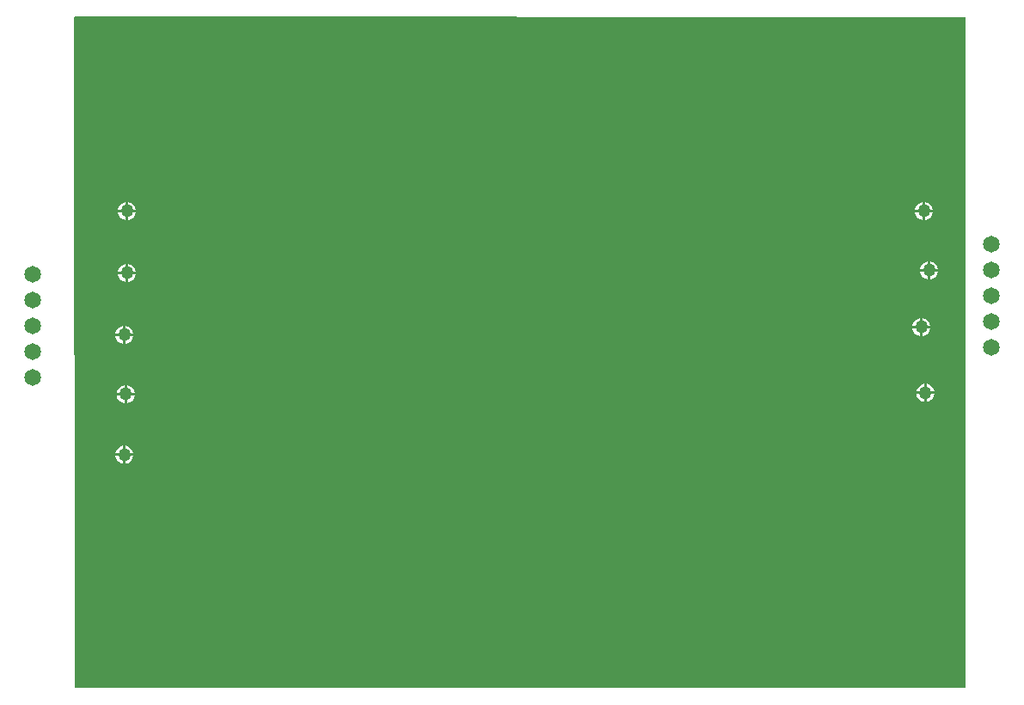
<source format=gbr>
%TF.GenerationSoftware,Altium Limited,Altium Designer,24.0.1 (36)*%
G04 Layer_Physical_Order=2*
G04 Layer_Color=16711680*
%FSLAX45Y45*%
%MOMM*%
%TF.SameCoordinates,3215C8D0-E6B2-4662-8DC9-F85C750AE4ED*%
%TF.FilePolarity,Positive*%
%TF.FileFunction,Copper,L2,Bot,Signal*%
%TF.Part,Single*%
G01*
G75*
%TA.AperFunction,ComponentPad*%
%ADD13C,1.65100*%
%TA.AperFunction,ViaPad*%
%ADD14C,1.27000*%
G36*
X13665199Y10566400D02*
Y3962400D01*
X4899626D01*
X4886992Y10570105D01*
X4895970Y10579087D01*
X13665199Y10566400D01*
D02*
G37*
%LPC*%
G36*
X13271500Y8750033D02*
Y8674100D01*
X13347433D01*
X13341643Y8695714D01*
X13329938Y8715986D01*
X13313387Y8732538D01*
X13293114Y8744242D01*
X13271500Y8750033D01*
D02*
G37*
G36*
X13246100D02*
X13224486Y8744242D01*
X13204214Y8732538D01*
X13187662Y8715986D01*
X13175958Y8695714D01*
X13170168Y8674100D01*
X13246100D01*
Y8750033D01*
D02*
G37*
G36*
X5422900D02*
Y8674100D01*
X5498833D01*
X5493042Y8695714D01*
X5481338Y8715986D01*
X5464786Y8732538D01*
X5444514Y8744242D01*
X5422900Y8750033D01*
D02*
G37*
G36*
X5397500D02*
X5375886Y8744242D01*
X5355614Y8732538D01*
X5339062Y8715986D01*
X5327358Y8695714D01*
X5321567Y8674100D01*
X5397500D01*
Y8750033D01*
D02*
G37*
G36*
X13347433Y8648700D02*
X13271500D01*
Y8572767D01*
X13293114Y8578558D01*
X13313387Y8590262D01*
X13329938Y8606814D01*
X13341643Y8627086D01*
X13347433Y8648700D01*
D02*
G37*
G36*
X13246100D02*
X13170168D01*
X13175958Y8627086D01*
X13187662Y8606814D01*
X13204214Y8590262D01*
X13224486Y8578558D01*
X13246100Y8572767D01*
Y8648700D01*
D02*
G37*
G36*
X5498833D02*
X5422900D01*
Y8572767D01*
X5444514Y8578558D01*
X5464786Y8590262D01*
X5481338Y8606814D01*
X5493042Y8627086D01*
X5498833Y8648700D01*
D02*
G37*
G36*
X5397500D02*
X5321567D01*
X5327358Y8627086D01*
X5339062Y8606814D01*
X5355614Y8590262D01*
X5375886Y8578558D01*
X5397500Y8572767D01*
Y8648700D01*
D02*
G37*
G36*
X13322301Y8165833D02*
Y8089900D01*
X13398233D01*
X13392442Y8111514D01*
X13380737Y8131786D01*
X13364186Y8148338D01*
X13343913Y8160042D01*
X13322301Y8165833D01*
D02*
G37*
G36*
X13296899D02*
X13275285Y8160042D01*
X13255014Y8148338D01*
X13238461Y8131786D01*
X13226758Y8111514D01*
X13220967Y8089900D01*
X13296899D01*
Y8165833D01*
D02*
G37*
G36*
X5422900Y8140433D02*
Y8064500D01*
X5498833D01*
X5493042Y8086114D01*
X5481338Y8106386D01*
X5464786Y8122938D01*
X5444514Y8134642D01*
X5422900Y8140433D01*
D02*
G37*
G36*
X5397500D02*
X5375886Y8134642D01*
X5355614Y8122938D01*
X5339062Y8106386D01*
X5327358Y8086114D01*
X5321567Y8064500D01*
X5397500D01*
Y8140433D01*
D02*
G37*
G36*
X13398233Y8064500D02*
X13322301D01*
Y7988567D01*
X13343913Y7994358D01*
X13364186Y8006062D01*
X13380737Y8022614D01*
X13392442Y8042886D01*
X13398233Y8064500D01*
D02*
G37*
G36*
X13296899D02*
X13220967D01*
X13226758Y8042886D01*
X13238461Y8022614D01*
X13255014Y8006062D01*
X13275285Y7994358D01*
X13296899Y7988567D01*
Y8064500D01*
D02*
G37*
G36*
X5498833Y8039100D02*
X5422900D01*
Y7963167D01*
X5444514Y7968958D01*
X5464786Y7980662D01*
X5481338Y7997214D01*
X5493042Y8017486D01*
X5498833Y8039100D01*
D02*
G37*
G36*
X5397500D02*
X5321567D01*
X5327358Y8017486D01*
X5339062Y7997214D01*
X5355614Y7980662D01*
X5375886Y7968958D01*
X5397500Y7963167D01*
Y8039100D01*
D02*
G37*
G36*
X13246100Y7607033D02*
Y7531100D01*
X13322034D01*
X13316241Y7552714D01*
X13304538Y7572986D01*
X13287987Y7589538D01*
X13267714Y7601242D01*
X13246100Y7607033D01*
D02*
G37*
G36*
X13220700D02*
X13199086Y7601242D01*
X13178815Y7589538D01*
X13162262Y7572986D01*
X13150558Y7552714D01*
X13144768Y7531100D01*
X13220700D01*
Y7607033D01*
D02*
G37*
G36*
X5397500Y7530833D02*
Y7454900D01*
X5473433D01*
X5467642Y7476514D01*
X5455938Y7496786D01*
X5439386Y7513338D01*
X5419114Y7525042D01*
X5397500Y7530833D01*
D02*
G37*
G36*
X5372100D02*
X5350486Y7525042D01*
X5330214Y7513338D01*
X5313662Y7496786D01*
X5301958Y7476514D01*
X5296167Y7454900D01*
X5372100D01*
Y7530833D01*
D02*
G37*
G36*
X13322034Y7505700D02*
X13246100D01*
Y7429767D01*
X13267714Y7435558D01*
X13287987Y7447262D01*
X13304538Y7463814D01*
X13316241Y7484086D01*
X13322034Y7505700D01*
D02*
G37*
G36*
X13220700D02*
X13144768D01*
X13150558Y7484086D01*
X13162262Y7463814D01*
X13178815Y7447262D01*
X13199086Y7435558D01*
X13220700Y7429767D01*
Y7505700D01*
D02*
G37*
G36*
X5473433Y7429500D02*
X5397500D01*
Y7353567D01*
X5419114Y7359358D01*
X5439386Y7371062D01*
X5455938Y7387614D01*
X5467642Y7407886D01*
X5473433Y7429500D01*
D02*
G37*
G36*
X5372100D02*
X5296167D01*
X5301958Y7407886D01*
X5313662Y7387614D01*
X5330214Y7371062D01*
X5350486Y7359358D01*
X5372100Y7353567D01*
Y7429500D01*
D02*
G37*
G36*
X13284200Y6959333D02*
Y6883400D01*
X13360133D01*
X13354343Y6905014D01*
X13342638Y6925286D01*
X13326086Y6941838D01*
X13305814Y6953542D01*
X13284200Y6959333D01*
D02*
G37*
G36*
X13258800D02*
X13237186Y6953542D01*
X13216914Y6941838D01*
X13200362Y6925286D01*
X13188658Y6905014D01*
X13182867Y6883400D01*
X13258800D01*
Y6959333D01*
D02*
G37*
G36*
X5410200Y6946633D02*
Y6870700D01*
X5486133D01*
X5480342Y6892314D01*
X5468638Y6912586D01*
X5452086Y6929138D01*
X5431814Y6940842D01*
X5410200Y6946633D01*
D02*
G37*
G36*
X5384800D02*
X5363186Y6940842D01*
X5342914Y6929138D01*
X5326362Y6912586D01*
X5314658Y6892314D01*
X5308867Y6870700D01*
X5384800D01*
Y6946633D01*
D02*
G37*
G36*
X13360133Y6858000D02*
X13284200D01*
Y6782067D01*
X13305814Y6787858D01*
X13326086Y6799562D01*
X13342638Y6816114D01*
X13354343Y6836386D01*
X13360133Y6858000D01*
D02*
G37*
G36*
X13258800D02*
X13182867D01*
X13188658Y6836386D01*
X13200362Y6816114D01*
X13216914Y6799562D01*
X13237186Y6787858D01*
X13258800Y6782067D01*
Y6858000D01*
D02*
G37*
G36*
X5486133Y6845300D02*
X5410200D01*
Y6769367D01*
X5431814Y6775158D01*
X5452086Y6786862D01*
X5468638Y6803414D01*
X5480342Y6823686D01*
X5486133Y6845300D01*
D02*
G37*
G36*
X5384800D02*
X5308867D01*
X5314658Y6823686D01*
X5326362Y6803414D01*
X5342914Y6786862D01*
X5363186Y6775158D01*
X5384800Y6769367D01*
Y6845300D01*
D02*
G37*
G36*
X5397500Y6349733D02*
Y6273800D01*
X5473433D01*
X5467642Y6295414D01*
X5455938Y6315686D01*
X5439386Y6332238D01*
X5419114Y6343942D01*
X5397500Y6349733D01*
D02*
G37*
G36*
X5372100D02*
X5350486Y6343942D01*
X5330214Y6332238D01*
X5313662Y6315686D01*
X5301958Y6295414D01*
X5296167Y6273800D01*
X5372100D01*
Y6349733D01*
D02*
G37*
G36*
X5473433Y6248400D02*
X5397500D01*
Y6172467D01*
X5419114Y6178258D01*
X5439386Y6189962D01*
X5455938Y6206514D01*
X5467642Y6226786D01*
X5473433Y6248400D01*
D02*
G37*
G36*
X5372100D02*
X5296167D01*
X5301958Y6226786D01*
X5313662Y6206514D01*
X5330214Y6189962D01*
X5350486Y6178258D01*
X5372100Y6172467D01*
Y6248400D01*
D02*
G37*
%LPD*%
D13*
X13919200Y8331200D02*
D03*
Y7315200D02*
D03*
Y7569200D02*
D03*
Y7823200D02*
D03*
Y8077200D02*
D03*
X4483100Y8039100D02*
D03*
Y7023100D02*
D03*
Y7277100D02*
D03*
Y7531100D02*
D03*
Y7785100D02*
D03*
D14*
X5410200Y8661400D02*
D03*
X5384800Y6261100D02*
D03*
X5410200Y8051800D02*
D03*
X5384800Y7442200D02*
D03*
X5397500Y6858000D02*
D03*
X13271500Y6870700D02*
D03*
X13233400Y7518400D02*
D03*
X13309599Y8077200D02*
D03*
X13258800Y8661400D02*
D03*
%TF.MD5,2f11f3ccb5e136d8eb076b56639eb37b*%
M02*

</source>
